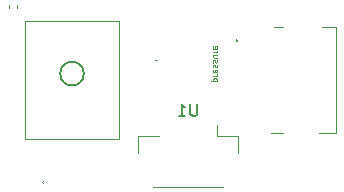
<source format=gbr>
%TF.GenerationSoftware,KiCad,Pcbnew,9.0.0*%
%TF.CreationDate,2025-06-12T14:50:32+02:00*%
%TF.ProjectId,hardware v4 pro max,68617264-7761-4726-9520-76342070726f,rev?*%
%TF.SameCoordinates,Original*%
%TF.FileFunction,Legend,Bot*%
%TF.FilePolarity,Positive*%
%FSLAX46Y46*%
G04 Gerber Fmt 4.6, Leading zero omitted, Abs format (unit mm)*
G04 Created by KiCad (PCBNEW 9.0.0) date 2025-06-12 14:50:32*
%MOMM*%
%LPD*%
G01*
G04 APERTURE LIST*
%ADD10C,0.100000*%
%ADD11C,0.150000*%
%ADD12C,0.120000*%
%ADD13C,0.200000*%
G04 APERTURE END LIST*
D10*
X143799723Y-100765163D02*
X143299723Y-100765163D01*
X143775914Y-100765163D02*
X143799723Y-100717544D01*
X143799723Y-100717544D02*
X143799723Y-100622306D01*
X143799723Y-100622306D02*
X143775914Y-100574687D01*
X143775914Y-100574687D02*
X143752104Y-100550877D01*
X143752104Y-100550877D02*
X143704485Y-100527068D01*
X143704485Y-100527068D02*
X143561628Y-100527068D01*
X143561628Y-100527068D02*
X143514009Y-100550877D01*
X143514009Y-100550877D02*
X143490200Y-100574687D01*
X143490200Y-100574687D02*
X143466390Y-100622306D01*
X143466390Y-100622306D02*
X143466390Y-100717544D01*
X143466390Y-100717544D02*
X143490200Y-100765163D01*
X143466390Y-100312782D02*
X143799723Y-100312782D01*
X143704485Y-100312782D02*
X143752104Y-100288972D01*
X143752104Y-100288972D02*
X143775914Y-100265163D01*
X143775914Y-100265163D02*
X143799723Y-100217544D01*
X143799723Y-100217544D02*
X143799723Y-100169925D01*
X143490200Y-99812782D02*
X143466390Y-99860401D01*
X143466390Y-99860401D02*
X143466390Y-99955639D01*
X143466390Y-99955639D02*
X143490200Y-100003258D01*
X143490200Y-100003258D02*
X143537819Y-100027067D01*
X143537819Y-100027067D02*
X143728295Y-100027067D01*
X143728295Y-100027067D02*
X143775914Y-100003258D01*
X143775914Y-100003258D02*
X143799723Y-99955639D01*
X143799723Y-99955639D02*
X143799723Y-99860401D01*
X143799723Y-99860401D02*
X143775914Y-99812782D01*
X143775914Y-99812782D02*
X143728295Y-99788972D01*
X143728295Y-99788972D02*
X143680676Y-99788972D01*
X143680676Y-99788972D02*
X143633057Y-100027067D01*
X143490200Y-99598496D02*
X143466390Y-99550877D01*
X143466390Y-99550877D02*
X143466390Y-99455639D01*
X143466390Y-99455639D02*
X143490200Y-99408020D01*
X143490200Y-99408020D02*
X143537819Y-99384211D01*
X143537819Y-99384211D02*
X143561628Y-99384211D01*
X143561628Y-99384211D02*
X143609247Y-99408020D01*
X143609247Y-99408020D02*
X143633057Y-99455639D01*
X143633057Y-99455639D02*
X143633057Y-99527068D01*
X143633057Y-99527068D02*
X143656866Y-99574687D01*
X143656866Y-99574687D02*
X143704485Y-99598496D01*
X143704485Y-99598496D02*
X143728295Y-99598496D01*
X143728295Y-99598496D02*
X143775914Y-99574687D01*
X143775914Y-99574687D02*
X143799723Y-99527068D01*
X143799723Y-99527068D02*
X143799723Y-99455639D01*
X143799723Y-99455639D02*
X143775914Y-99408020D01*
X143490200Y-99193734D02*
X143466390Y-99146115D01*
X143466390Y-99146115D02*
X143466390Y-99050877D01*
X143466390Y-99050877D02*
X143490200Y-99003258D01*
X143490200Y-99003258D02*
X143537819Y-98979449D01*
X143537819Y-98979449D02*
X143561628Y-98979449D01*
X143561628Y-98979449D02*
X143609247Y-99003258D01*
X143609247Y-99003258D02*
X143633057Y-99050877D01*
X143633057Y-99050877D02*
X143633057Y-99122306D01*
X143633057Y-99122306D02*
X143656866Y-99169925D01*
X143656866Y-99169925D02*
X143704485Y-99193734D01*
X143704485Y-99193734D02*
X143728295Y-99193734D01*
X143728295Y-99193734D02*
X143775914Y-99169925D01*
X143775914Y-99169925D02*
X143799723Y-99122306D01*
X143799723Y-99122306D02*
X143799723Y-99050877D01*
X143799723Y-99050877D02*
X143775914Y-99003258D01*
X143799723Y-98550877D02*
X143466390Y-98550877D01*
X143799723Y-98765163D02*
X143537819Y-98765163D01*
X143537819Y-98765163D02*
X143490200Y-98741353D01*
X143490200Y-98741353D02*
X143466390Y-98693734D01*
X143466390Y-98693734D02*
X143466390Y-98622306D01*
X143466390Y-98622306D02*
X143490200Y-98574687D01*
X143490200Y-98574687D02*
X143514009Y-98550877D01*
X143466390Y-98312782D02*
X143799723Y-98312782D01*
X143704485Y-98312782D02*
X143752104Y-98288972D01*
X143752104Y-98288972D02*
X143775914Y-98265163D01*
X143775914Y-98265163D02*
X143799723Y-98217544D01*
X143799723Y-98217544D02*
X143799723Y-98169925D01*
X143490200Y-97812782D02*
X143466390Y-97860401D01*
X143466390Y-97860401D02*
X143466390Y-97955639D01*
X143466390Y-97955639D02*
X143490200Y-98003258D01*
X143490200Y-98003258D02*
X143537819Y-98027067D01*
X143537819Y-98027067D02*
X143728295Y-98027067D01*
X143728295Y-98027067D02*
X143775914Y-98003258D01*
X143775914Y-98003258D02*
X143799723Y-97955639D01*
X143799723Y-97955639D02*
X143799723Y-97860401D01*
X143799723Y-97860401D02*
X143775914Y-97812782D01*
X143775914Y-97812782D02*
X143728295Y-97788972D01*
X143728295Y-97788972D02*
X143680676Y-97788972D01*
X143680676Y-97788972D02*
X143633057Y-98027067D01*
D11*
X142126904Y-102694819D02*
X142126904Y-103504342D01*
X142126904Y-103504342D02*
X142079285Y-103599580D01*
X142079285Y-103599580D02*
X142031666Y-103647200D01*
X142031666Y-103647200D02*
X141936428Y-103694819D01*
X141936428Y-103694819D02*
X141745952Y-103694819D01*
X141745952Y-103694819D02*
X141650714Y-103647200D01*
X141650714Y-103647200D02*
X141603095Y-103599580D01*
X141603095Y-103599580D02*
X141555476Y-103504342D01*
X141555476Y-103504342D02*
X141555476Y-102694819D01*
X140555476Y-103694819D02*
X141126904Y-103694819D01*
X140841190Y-103694819D02*
X140841190Y-102694819D01*
X140841190Y-102694819D02*
X140936428Y-102837676D01*
X140936428Y-102837676D02*
X141031666Y-102932914D01*
X141031666Y-102932914D02*
X141126904Y-102980533D01*
D10*
%TO.C,U5*%
X138590000Y-99000000D02*
X138590000Y-99000000D01*
X138690000Y-99000000D02*
X138690000Y-99000000D01*
X138590000Y-99000000D02*
G75*
G02*
X138690000Y-99000000I50000J0D01*
G01*
X138690000Y-99000000D02*
G75*
G02*
X138590000Y-99000000I-50000J0D01*
G01*
D12*
%TO.C,C10*%
X126190000Y-94342164D02*
X126190000Y-94557836D01*
X126910000Y-94342164D02*
X126910000Y-94557836D01*
D13*
%TO.C,J4*%
X145470000Y-97270000D02*
X145470000Y-97270000D01*
X145470000Y-97270000D02*
X145470000Y-97270000D01*
X145470000Y-97370000D02*
X145470000Y-97370000D01*
D10*
X148420000Y-105140000D02*
X148420000Y-105140000D01*
X148420000Y-105140000D02*
X149420000Y-105140000D01*
X148670000Y-96170000D02*
X149420000Y-96170000D01*
X148670000Y-96200000D02*
X148670000Y-96170000D01*
X149420000Y-96170000D02*
X149420000Y-96200000D01*
X149420000Y-96200000D02*
X148670000Y-96200000D01*
X149420000Y-105140000D02*
X148420000Y-105140000D01*
X149420000Y-105140000D02*
X149420000Y-105140000D01*
X152420000Y-105140000D02*
X152420000Y-105140000D01*
X152420000Y-105140000D02*
X153847000Y-105140000D01*
X152670000Y-96200000D02*
X152670000Y-96200000D01*
X152670000Y-96200000D02*
X153847000Y-96200000D01*
X153847000Y-96200000D02*
X152670000Y-96200000D01*
X153847000Y-96200000D02*
X153847000Y-96200000D01*
X153847000Y-96200000D02*
X153847000Y-96200000D01*
X153847000Y-96200000D02*
X153847000Y-105140000D01*
X153847000Y-105140000D02*
X152420000Y-105140000D01*
X153847000Y-105140000D02*
X153847000Y-96200000D01*
X153847000Y-105140000D02*
X153847000Y-105140000D01*
X153847000Y-105140000D02*
X153847000Y-105140000D01*
D13*
X145470000Y-97270000D02*
G75*
G02*
X145470000Y-97370000I0J-50000D01*
G01*
X145470000Y-97270000D02*
G75*
G02*
X145470000Y-97370000I0J-50000D01*
G01*
X145470000Y-97370000D02*
G75*
G02*
X145470000Y-97270000I0J50000D01*
G01*
D12*
%TO.C,U1*%
X137130000Y-105430000D02*
X138930000Y-105430000D01*
X137130000Y-106880000D02*
X137130000Y-105430000D01*
X143800000Y-105430000D02*
X143800000Y-104440000D01*
X144330000Y-109700000D02*
X138400000Y-109700000D01*
X145600000Y-105430000D02*
X143800000Y-105430000D01*
X145600000Y-106880000D02*
X145600000Y-105430000D01*
%TO.C,PA1010D1*%
D10*
X135530000Y-105630000D02*
X127530000Y-105630000D01*
X127530000Y-95630000D01*
X135530000Y-95630000D01*
X135530000Y-105630000D01*
D11*
X132530000Y-100130000D02*
G75*
G02*
X130530000Y-100130000I-1000000J0D01*
G01*
X130530000Y-100130000D02*
G75*
G02*
X132530000Y-100130000I1000000J0D01*
G01*
D10*
%TO.C,LED1*%
X129065000Y-109245000D02*
X129065000Y-109245000D01*
X129065000Y-109345000D02*
X129065000Y-109345000D01*
X129065000Y-109245000D02*
G75*
G02*
X129065000Y-109345000I0J-50000D01*
G01*
X129065000Y-109345000D02*
G75*
G02*
X129065000Y-109245000I0J50000D01*
G01*
%TD*%
M02*

</source>
